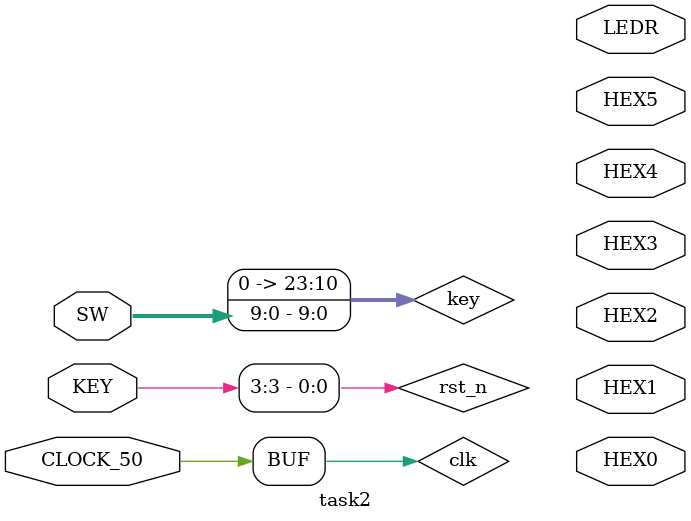
<source format=sv>
module task2 (
    input  logic       CLOCK_50,
    input  logic [3:0] KEY,
    input  logic [9:0] SW,
    output logic [6:0] HEX0,
    output logic [6:0] HEX1,
    output logic [6:0] HEX2,
    output logic [6:0] HEX3,
    output logic [6:0] HEX4,
    output logic [6:0] HEX5,
    output logic [9:0] LEDR
);
    logic init_en, init_rdy;
    logic ksa_en, ksa_rdy;

    logic [23:0] key;
    assign key = {14'd0, SW};

    logic [7:0] addr, addr_init, addr_ksa;
    logic [7:0] wrdata, wrdata_init, wrdata_ksa;
    logic [7:0] rddata;
    logic wren, wren_init, wren_ksa;


    logic clk;
    assign clk = CLOCK_50;

    logic rst_n;
    assign rst_n = KEY[3];

    typedef enum {
        INIT,
        WAIT_INIT,
        KSA,
        WAIT_KSA,
        DONE
    } state_t;

    state_t state, next_state;

    always_comb begin
        if (state == INIT || state == WAIT_INIT) begin
            addr   = addr_init;
            wren   = wren_init;
            wrdata = wrdata_init;
        end

        else if (state == KSA || state == WAIT_KSA) begin
            addr   = addr_ksa;
            wren   = wren_ksa;
            wrdata = wrdata_ksa;
        end
    end

    always_comb begin 
        init_en    = 1'b0;
        ksa_en     = 1'b0;
        next_state = state;
        case (state)
            INIT: begin
                if (init_rdy) begin
                    init_en    = 1'b1;
                    next_state = WAIT_INIT;
                end
            end
            WAIT_INIT: if (init_rdy) next_state = KSA;
            KSA: begin
                init_en = 1'b0;
                if (ksa_rdy) begin
                    ksa_en = 1'b1;
                    next_state = WAIT_KSA;
                end
            end
            WAIT_KSA: if (ksa_rdy) next_state = DONE;
            DONE: ksa_en = 1'b0;
        endcase
    end

    init init_inst (
        .clk,
        .rst_n,
        .en(init_en),
        .rdy(init_rdy),
        .addr(addr_init),
        .wrdata(wrdata_init),
        .wren(wren_init)
    );

    ksa ksa_inst (
        .clk,
        .rst_n,
        .en(ksa_en),
        .rdy(ksa_rdy),
        .key,
        .addr(addr_ksa),
        .rddata,
        .wrdata(wrdata_ksa),
        .wren(wren_ksa)
    );

    s_mem s (
        .address(addr),
        .clock(CLOCK_50),
        .data(wrdata),
        .wren(wren),
        .q(rddata)
    );

    always_ff @(posedge clk) begin
        if (!rst_n) state <= INIT;
        else state <= next_state;
    end

endmodule : task2

</source>
